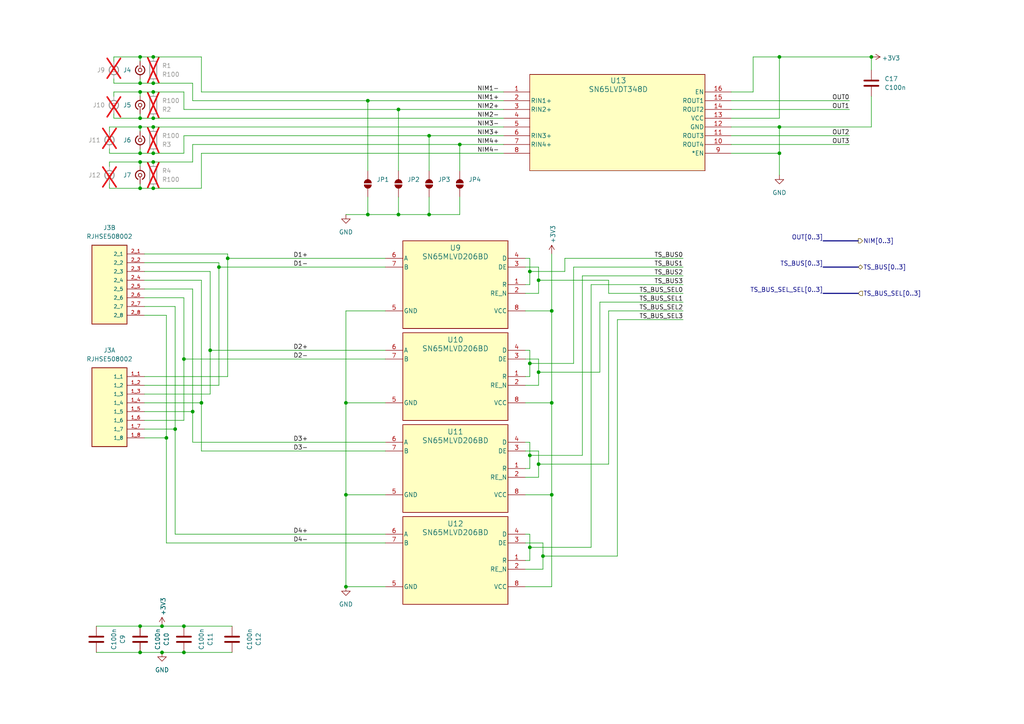
<source format=kicad_sch>
(kicad_sch (version 20231120) (generator "eeschema") (generator_version "8.0")
  (paper "A4")
  (lib_symbols
    (symbol "Connector:Conn_Coaxial_Small" (pin_numbers hide) (pin_names (offset 1.016) hide)
      (property "Reference" "J" (at 0.254 3.048 0))
      (property "Value" "Conn_Coaxial_Small" (at 0 -3.81 0))
      (symbol "Conn_Coaxial_Small_0_1"
        (polyline (pts (xy -2.54 0) (xy -0.508 0)))
        (circle (center 0 0) (radius 0.508) (stroke (width 0.2032)))
      )
      (symbol "Conn_Coaxial_Small_1_1"
        (arc (start -1.1916 -0.6311) (mid 0.327 -1.3081) (end 1.3484 0.0039) (stroke (width 0.3048)))
        (arc (start 1.3484 -0.0039) (mid 0.327 1.3081) (end -1.1916 0.6311) (stroke (width 0.3048)))
        (pin passive line (at -2.54 0 0) (length 1.27) (name "In") (number "1"))
        (pin passive line (at 2.54 0 180) (length 1.27) (name "Ext") (number "2"))
      )
    )
    (symbol "Device:C" (pin_numbers hide) (pin_names (offset 0.254))
      (property "Reference" "C" (at 0.635 2.54 0))
      (property "Value" "C" (at 0.635 -2.54 0))
      (symbol "C_0_1"
        (polyline (pts (xy -2.032 -0.762) (xy 2.032 -0.762)) (stroke (width 0.508)))
        (polyline (pts (xy -2.032 0.762) (xy 2.032 0.762)) (stroke (width 0.508)))
      )
      (symbol "C_1_1"
        (pin passive line (at 0 3.81 270) (length 2.794) (name "~") (number "1"))
        (pin passive line (at 0 -3.81 90) (length 2.794) (name "~") (number "2"))
      )
    )
    (symbol "Device:R" (pin_numbers hide) (pin_names (offset 0))
      (property "Reference" "R" (at 2.032 0 90))
      (property "Value" "R" (at 0 0 90))
      (symbol "R_0_1"
        (rectangle (start -1.016 -2.54) (end 1.016 2.54) (stroke (width 0.254)))
      )
      (symbol "R_1_1"
        (pin passive line (at 0 3.81 270) (length 1.27) (name "~") (number "1"))
        (pin passive line (at 0 -3.81 90) (length 1.27) (name "~") (number "2"))
      )
    )
    (symbol "Jumper:SolderJumper_2_Open" (pin_numbers hide) (pin_names (offset 0) hide) (exclude_from_sim yes) (in_bom no)
      (property "Reference" "JP" (at 0 2.032 0))
      (property "Value" "SolderJumper_2_Open" (at 0 -2.54 0))
      (symbol "SolderJumper_2_Open_0_1"
        (arc (start -0.254 1.016) (mid -1.2656 0) (end -0.254 -1.016))
        (arc (start -0.254 1.016) (mid -1.2656 0) (end -0.254 -1.016) (fill (type outline)))
        (polyline (pts (xy -0.254 1.016) (xy -0.254 -1.016)))
        (polyline (pts (xy 0.254 1.016) (xy 0.254 -1.016)))
        (arc (start 0.254 -1.016) (mid 1.2656 0) (end 0.254 1.016))
        (arc (start 0.254 -1.016) (mid 1.2656 0) (end 0.254 1.016) (fill (type outline)))
      )
      (symbol "SolderJumper_2_Open_1_1"
        (pin passive line (at -3.81 0 0) (length 2.54) (name "A") (number "1"))
        (pin passive line (at 3.81 0 180) (length 2.54) (name "B") (number "2"))
      )
    )
    (symbol "RJHSE508002:RJHSE508002" (pin_names (offset 1.016))
      (property "Reference" "J" (at -5.08 12.7 0))
      (property "Value" "RJHSE508002" (at -5.08 -15.24 0))
      (symbol "RJHSE508002_1_0"
        (rectangle (start -5.08 -12.7) (end 5.08 10.16) (stroke (width 0.254)) (fill (type background)))
        (pin passive line (at -10.16 7.62 0) (length 5.08) (name "1_1") (number "1_1"))
        (pin passive line (at -10.16 5.08 0) (length 5.08) (name "1_2") (number "1_2"))
        (pin passive line (at -10.16 2.54 0) (length 5.08) (name "1_3") (number "1_3"))
        (pin passive line (at -10.16 0 0) (length 5.08) (name "1_4") (number "1_4"))
        (pin passive line (at -10.16 -2.54 0) (length 5.08) (name "1_5") (number "1_5"))
        (pin passive line (at -10.16 -5.08 0) (length 5.08) (name "1_6") (number "1_6"))
        (pin passive line (at -10.16 -7.62 0) (length 5.08) (name "1_7") (number "1_7"))
        (pin passive line (at -10.16 -10.16 0) (length 5.08) (name "1_8") (number "1_8"))
      )
      (symbol "RJHSE508002_2_0"
        (rectangle (start -5.08 -12.7) (end 5.08 10.16) (stroke (width 0.254)) (fill (type background)))
        (pin passive line (at -10.16 7.62 0) (length 5.08) (name "2_1") (number "2_1"))
        (pin passive line (at -10.16 5.08 0) (length 5.08) (name "2_2") (number "2_2"))
        (pin passive line (at -10.16 2.54 0) (length 5.08) (name "2_3") (number "2_3"))
        (pin passive line (at -10.16 0 0) (length 5.08) (name "2_4") (number "2_4"))
        (pin passive line (at -10.16 -2.54 0) (length 5.08) (name "2_5") (number "2_5"))
        (pin passive line (at -10.16 -5.08 0) (length 5.08) (name "2_6") (number "2_6"))
        (pin passive line (at -10.16 -7.62 0) (length 5.08) (name "2_7") (number "2_7"))
        (pin passive line (at -10.16 -10.16 0) (length 5.08) (name "2_8") (number "2_8"))
      )
    )
    (symbol "SN65LVDT348D:SN65LVDT348D" (pin_names (offset 0.254))
      (property "Reference" "U" (at 33.02 10.16 0))
      (property "Value" "SN65LVDT348D" (at 33.02 7.62 0))
      (symbol "SN65LVDT348D_0_1"
        (polyline (pts (xy 7.62 -22.86) (xy 58.42 -22.86)) (stroke (width 0.127)))
        (polyline (pts (xy 7.62 5.08) (xy 7.62 -22.86)) (stroke (width 0.127)))
        (polyline (pts (xy 58.42 -22.86) (xy 58.42 5.08)) (stroke (width 0.127)))
        (polyline (pts (xy 58.42 5.08) (xy 7.62 5.08)) (stroke (width 0.127)) (fill (type background)))
        (rectangle (start 7.62 5.08) (end 58.42 -22.86) (fill (type background)))
        (pin input line (at 0 0 0) (length 7.62) (name "") (number "1"))
        (pin output line (at 66.04 -15.24 180) (length 7.62) (name "ROUT4") (number "10"))
        (pin output line (at 66.04 -12.7 180) (length 7.62) (name "ROUT3") (number "11"))
        (pin power_in line (at 66.04 -10.16 180) (length 7.62) (name "GND") (number "12"))
        (pin power_in line (at 66.04 -7.62 180) (length 7.62) (name "VCC") (number "13"))
        (pin output line (at 66.04 -5.08 180) (length 7.62) (name "ROUT2") (number "14"))
        (pin output line (at 66.04 -2.54 180) (length 7.62) (name "ROUT1") (number "15"))
        (pin unspecified line (at 66.04 0 180) (length 7.62) (name "EN") (number "16"))
        (pin input line (at 0 -2.54 0) (length 7.62) (name "RIN1+") (number "2"))
        (pin input line (at 0 -5.08 0) (length 7.62) (name "RIN2+") (number "3"))
        (pin input line (at 0 -7.62 0) (length 7.62) (name "") (number "4"))
        (pin input line (at 0 -10.16 0) (length 7.62) (name "") (number "5"))
        (pin input line (at 0 -12.7 0) (length 7.62) (name "RIN3+") (number "6"))
        (pin input line (at 0 -15.24 0) (length 7.62) (name "RIN4+") (number "7"))
        (pin input line (at 0 -17.78 0) (length 7.62) (name "") (number "8"))
        (pin unspecified line (at 66.04 -17.78 180) (length 7.62) (name "*EN") (number "9"))
      )
    )
    (symbol "SN65MLVD206BD:SN65MLVD206BD" (pin_names (offset 0.254))
      (property "Reference" "U" (at 0 2.54 0))
      (property "Value" "SN65MLVD206BD" (at 0 0 0))
      (symbol "SN65MLVD206BD_0_1"
        (rectangle (start -15.24 12.7) (end 15.24 -12.7) (fill (type background)))
        (polyline (pts (xy -15.24 -12.7) (xy 15.24 -12.7)) (stroke (width 0.2032)))
        (polyline (pts (xy -15.24 12.7) (xy -15.24 -12.7)) (stroke (width 0.2032)))
        (polyline (pts (xy 15.24 -12.7) (xy 15.24 12.7)) (stroke (width 0.2032)))
        (polyline (pts (xy 15.24 12.7) (xy -15.24 12.7)) (stroke (width 0.2032)))
        (pin tri_state line (at -20.32 0 0) (length 5.08) (name "R") (number "1"))
        (pin input line (at -20.32 -2.54 0) (length 5.08) (name "RE_N") (number "2"))
        (pin input line (at -20.32 5.08 0) (length 5.08) (name "DE") (number "3"))
        (pin input line (at -20.32 7.62 0) (length 5.08) (name "D") (number "4"))
        (pin power_in line (at 20.32 -7.62 180) (length 5.08) (name "GND") (number "5"))
        (pin bidirectional line (at 20.32 7.62 180) (length 5.08) (name "A") (number "6"))
        (pin bidirectional line (at 20.32 5.08 180) (length 5.08) (name "B") (number "7"))
        (pin power_in line (at -20.32 -7.62 0) (length 5.08) (name "VCC") (number "8"))
      )
    )
    (symbol "power:+3.3V" (power) (pin_names (offset 0))
      (property "Value" "+3.3V" (at 0 3.556 0))
      (symbol "+3.3V_0_1"
        (polyline (pts (xy -0.762 1.27) (xy 0 2.54)))
        (polyline (pts (xy 0 0) (xy 0 2.54)))
        (polyline (pts (xy 0 2.54) (xy 0.762 1.27)))
      )
      (symbol "+3.3V_1_1"
        (pin power_in line (at 0 0 90) (length 0) hide (name "+3V3") (number "1"))
      )
    )
    (symbol "power:GND" (power) (pin_names (offset 0))
      (property "Value" "GND" (at 0 -3.81 0))
      (symbol "GND_0_1"
        (polyline (pts (xy 0 0) (xy 0 -1.27) (xy 1.27 -1.27) (xy 0 -2.54) (xy -1.27 -1.27) (xy 0 -1.27)))
      )
      (symbol "GND_1_1"
        (pin power_in line (at 0 0 270) (length 0) hide (name "GND") (number "1"))
      )
    )
  )
  (junction (at 153.67 132.08))
  (junction (at 53.34 189.23))
  (junction (at 133.35 41.91))
  (junction (at 44.45 44.45))
  (junction (at 44.45 46.99))
  (junction (at 46.99 189.23))
  (junction (at 40.64 46.99))
  (junction (at 153.67 78.74))
  (junction (at 44.45 36.83))
  (junction (at 252.73 16.51))
  (junction (at 40.64 54.61))
  (junction (at 226.06 16.51))
  (junction (at 115.57 31.75))
  (junction (at 44.45 54.61))
  (junction (at 40.64 181.61))
  (junction (at 157.48 161.29))
  (junction (at 40.64 44.45))
  (junction (at 156.21 134.62))
  (junction (at 160.02 90.17))
  (junction (at 46.99 181.61))
  (junction (at 226.06 44.45))
  (junction (at 100.33 116.84))
  (junction (at 160.02 116.84))
  (junction (at 100.33 143.51))
  (junction (at 40.64 36.83))
  (junction (at 44.45 34.29))
  (junction (at 40.64 34.29))
  (junction (at 53.34 181.61))
  (junction (at 66.04 74.93))
  (junction (at 63.5 77.47))
  (junction (at 55.88 119.38))
  (junction (at 124.46 39.37))
  (junction (at 156.21 81.28))
  (junction (at 58.42 116.84))
  (junction (at 153.67 158.75))
  (junction (at 40.64 24.13))
  (junction (at 156.21 107.95))
  (junction (at 124.46 62.23))
  (junction (at 53.34 104.14))
  (junction (at 100.33 170.18))
  (junction (at 60.96 101.6))
  (junction (at 44.45 24.13))
  (junction (at 40.64 16.51))
  (junction (at 50.8 124.46))
  (junction (at 153.67 105.41))
  (junction (at 106.68 62.23))
  (junction (at 48.26 127))
  (junction (at 44.45 16.51))
  (junction (at 44.45 26.67))
  (junction (at 115.57 62.23))
  (junction (at 40.64 189.23))
  (junction (at 106.68 29.21))
  (junction (at 160.02 143.51))
  (junction (at 40.64 26.67))
  (junction (at 226.06 36.83))
  (wire (pts (xy 252.73 27.94) (xy 252.73 36.83)))
  (wire (pts (xy 60.96 101.6) (xy 111.76 101.6)))
  (wire (pts (xy 40.64 34.29) (xy 44.45 34.29)))
  (wire (pts (xy 33.02 24.13) (xy 33.02 22.86)))
  (wire (pts (xy 60.96 78.74) (xy 41.91 78.74)))
  (wire (pts (xy 152.4 170.18) (xy 160.02 170.18)))
  (wire (pts (xy 55.88 128.27) (xy 55.88 119.38)))
  (wire (pts (xy 63.5 111.76) (xy 41.91 111.76)))
  (wire (pts (xy 160.02 116.84) (xy 160.02 143.51)))
  (wire (pts (xy 50.8 88.9) (xy 41.91 88.9)))
  (wire (pts (xy 153.67 162.56) (xy 153.67 158.75)))
  (wire (pts (xy 153.67 128.27) (xy 152.4 128.27)))
  (wire (pts (xy 53.34 181.61) (xy 67.31 181.61)))
  (wire (pts (xy 60.96 114.3) (xy 60.96 101.6)))
  (wire (pts (xy 100.33 143.51) (xy 111.76 143.51)))
  (wire (pts (xy 44.45 24.13) (xy 55.88 24.13)))
  (wire (pts (xy 115.57 62.23) (xy 124.46 62.23)))
  (wire (pts (xy 152.4 116.84) (xy 160.02 116.84)))
  (wire (pts (xy 133.35 41.91) (xy 146.05 41.91)))
  (wire (pts (xy 63.5 77.47) (xy 63.5 111.76)))
  (wire (pts (xy 48.26 157.48) (xy 48.26 127)))
  (wire (pts (xy 156.21 107.95) (xy 156.21 111.76)))
  (wire (pts (xy 40.64 26.67) (xy 44.45 26.67)))
  (wire (pts (xy 55.88 119.38) (xy 55.88 83.82)))
  (wire (pts (xy 53.34 104.14) (xy 111.76 104.14)))
  (wire (pts (xy 176.53 134.62) (xy 156.21 134.62)))
  (wire (pts (xy 100.33 143.51) (xy 100.33 170.18)))
  (wire (pts (xy 153.67 132.08) (xy 153.67 128.27)))
  (wire (pts (xy 50.8 124.46) (xy 50.8 88.9)))
  (wire (pts (xy 111.76 154.94) (xy 50.8 154.94)))
  (wire (pts (xy 31.75 43.18) (xy 31.75 44.45)))
  (wire (pts (xy 41.91 109.22) (xy 66.04 109.22)))
  (wire (pts (xy 176.53 90.17) (xy 176.53 134.62)))
  (wire (pts (xy 33.02 34.29) (xy 40.64 34.29)))
  (wire (pts (xy 168.91 80.01) (xy 168.91 132.08)))
  (wire (pts (xy 168.91 132.08) (xy 153.67 132.08)))
  (wire (pts (xy 163.83 78.74) (xy 153.67 78.74)))
  (wire (pts (xy 212.09 29.21) (xy 246.38 29.21)))
  (wire (pts (xy 252.73 36.83) (xy 226.06 36.83)))
  (wire (pts (xy 40.64 44.45) (xy 44.45 44.45)))
  (wire (pts (xy 66.04 74.93) (xy 66.04 73.66)))
  (wire (pts (xy 226.06 16.51) (xy 226.06 34.29)))
  (wire (pts (xy 58.42 44.45) (xy 146.05 44.45)))
  (wire (pts (xy 226.06 16.51) (xy 252.73 16.51)))
  (wire (pts (xy 33.02 26.67) (xy 40.64 26.67)))
  (wire (pts (xy 152.4 101.6) (xy 153.67 101.6)))
  (wire (pts (xy 124.46 62.23) (xy 133.35 62.23)))
  (wire (pts (xy 171.45 158.75) (xy 153.67 158.75)))
  (wire (pts (xy 156.21 104.14) (xy 156.21 107.95)))
  (wire (pts (xy 212.09 36.83) (xy 226.06 36.83)))
  (wire (pts (xy 48.26 91.44) (xy 41.91 91.44)))
  (wire (pts (xy 100.33 62.23) (xy 106.68 62.23)))
  (wire (pts (xy 53.34 121.92) (xy 53.34 104.14)))
  (wire (pts (xy 106.68 62.23) (xy 115.57 62.23)))
  (wire (pts (xy 168.91 80.01) (xy 198.12 80.01)))
  (wire (pts (xy 55.88 29.21) (xy 106.68 29.21)))
  (wire (pts (xy 153.67 109.22) (xy 152.4 109.22)))
  (bus (pts (xy 238.76 69.85) (xy 248.92 69.85)))
  (wire (pts (xy 33.02 33.02) (xy 33.02 34.29)))
  (wire (pts (xy 41.91 116.84) (xy 58.42 116.84)))
  (wire (pts (xy 152.4 143.51) (xy 160.02 143.51)))
  (wire (pts (xy 153.67 135.89) (xy 153.67 132.08)))
  (wire (pts (xy 171.45 82.55) (xy 171.45 158.75)))
  (wire (pts (xy 153.67 82.55) (xy 153.67 78.74)))
  (wire (pts (xy 152.4 104.14) (xy 156.21 104.14)))
  (wire (pts (xy 153.67 78.74) (xy 153.67 74.93)))
  (wire (pts (xy 33.02 17.78) (xy 33.02 16.51)))
  (wire (pts (xy 100.33 90.17) (xy 100.33 116.84)))
  (wire (pts (xy 157.48 165.1) (xy 152.4 165.1)))
  (wire (pts (xy 31.75 36.83) (xy 31.75 38.1)))
  (wire (pts (xy 100.33 116.84) (xy 100.33 143.51)))
  (wire (pts (xy 100.33 170.18) (xy 111.76 170.18)))
  (wire (pts (xy 40.64 54.61) (xy 40.64 53.34)))
  (wire (pts (xy 44.45 34.29) (xy 146.05 34.29)))
  (wire (pts (xy 40.64 16.51) (xy 40.64 17.78)))
  (wire (pts (xy 226.06 44.45) (xy 226.06 50.8)))
  (wire (pts (xy 152.4 154.94) (xy 153.67 154.94)))
  (wire (pts (xy 44.45 26.67) (xy 53.34 26.67)))
  (wire (pts (xy 176.53 85.09) (xy 198.12 85.09)))
  (wire (pts (xy 40.64 38.1) (xy 40.64 36.83)))
  (wire (pts (xy 53.34 44.45) (xy 53.34 39.37)))
  (wire (pts (xy 156.21 130.81) (xy 156.21 134.62)))
  (wire (pts (xy 40.64 24.13) (xy 40.64 22.86)))
  (wire (pts (xy 31.75 54.61) (xy 31.75 53.34)))
  (wire (pts (xy 157.48 161.29) (xy 157.48 165.1)))
  (wire (pts (xy 58.42 130.81) (xy 58.42 116.84)))
  (wire (pts (xy 171.45 82.55) (xy 198.12 82.55)))
  (wire (pts (xy 46.99 181.61) (xy 53.34 181.61)))
  (wire (pts (xy 212.09 44.45) (xy 226.06 44.45)))
  (wire (pts (xy 115.57 57.15) (xy 115.57 62.23)))
  (wire (pts (xy 218.44 26.67) (xy 212.09 26.67)))
  (wire (pts (xy 44.45 46.99) (xy 55.88 46.99)))
  (wire (pts (xy 50.8 154.94) (xy 50.8 124.46)))
  (wire (pts (xy 40.64 34.29) (xy 40.64 33.02)))
  (wire (pts (xy 153.67 101.6) (xy 153.67 105.41)))
  (wire (pts (xy 55.88 24.13) (xy 55.88 29.21)))
  (wire (pts (xy 163.83 74.93) (xy 163.83 78.74)))
  (wire (pts (xy 111.76 157.48) (xy 48.26 157.48)))
  (wire (pts (xy 133.35 41.91) (xy 133.35 49.53)))
  (wire (pts (xy 40.64 54.61) (xy 44.45 54.61)))
  (wire (pts (xy 55.88 83.82) (xy 41.91 83.82)))
  (wire (pts (xy 166.37 77.47) (xy 198.12 77.47)))
  (wire (pts (xy 173.99 87.63) (xy 198.12 87.63)))
  (wire (pts (xy 152.4 90.17) (xy 160.02 90.17)))
  (wire (pts (xy 152.4 82.55) (xy 153.67 82.55)))
  (wire (pts (xy 40.64 44.45) (xy 40.64 43.18)))
  (wire (pts (xy 111.76 90.17) (xy 100.33 90.17)))
  (wire (pts (xy 156.21 77.47) (xy 152.4 77.47)))
  (wire (pts (xy 212.09 39.37) (xy 246.38 39.37)))
  (wire (pts (xy 53.34 189.23) (xy 67.31 189.23)))
  (wire (pts (xy 58.42 54.61) (xy 44.45 54.61)))
  (wire (pts (xy 124.46 39.37) (xy 124.46 49.53)))
  (wire (pts (xy 212.09 34.29) (xy 226.06 34.29)))
  (wire (pts (xy 156.21 134.62) (xy 156.21 138.43)))
  (wire (pts (xy 40.64 16.51) (xy 44.45 16.51)))
  (wire (pts (xy 66.04 109.22) (xy 66.04 74.93)))
  (wire (pts (xy 152.4 157.48) (xy 157.48 157.48)))
  (wire (pts (xy 212.09 31.75) (xy 246.38 31.75)))
  (wire (pts (xy 176.53 81.28) (xy 156.21 81.28)))
  (wire (pts (xy 176.53 90.17) (xy 198.12 90.17)))
  (bus (pts (xy 238.76 77.47) (xy 248.92 77.47)))
  (wire (pts (xy 218.44 16.51) (xy 226.06 16.51)))
  (wire (pts (xy 53.34 104.14) (xy 53.34 86.36)))
  (wire (pts (xy 31.75 54.61) (xy 40.64 54.61)))
  (wire (pts (xy 133.35 57.15) (xy 133.35 62.23)))
  (wire (pts (xy 156.21 111.76) (xy 152.4 111.76)))
  (wire (pts (xy 41.91 124.46) (xy 50.8 124.46)))
  (wire (pts (xy 40.64 36.83) (xy 44.45 36.83)))
  (wire (pts (xy 41.91 114.3) (xy 60.96 114.3)))
  (wire (pts (xy 31.75 44.45) (xy 40.64 44.45)))
  (wire (pts (xy 31.75 46.99) (xy 40.64 46.99)))
  (wire (pts (xy 53.34 26.67) (xy 53.34 31.75)))
  (wire (pts (xy 41.91 121.92) (xy 53.34 121.92)))
  (wire (pts (xy 252.73 16.51) (xy 252.73 20.32)))
  (wire (pts (xy 31.75 48.26) (xy 31.75 46.99)))
  (wire (pts (xy 115.57 31.75) (xy 115.57 49.53)))
  (wire (pts (xy 176.53 85.09) (xy 176.53 81.28)))
  (wire (pts (xy 41.91 76.2) (xy 63.5 76.2)))
  (wire (pts (xy 44.45 44.45) (xy 53.34 44.45)))
  (wire (pts (xy 153.67 158.75) (xy 153.67 154.94)))
  (wire (pts (xy 152.4 162.56) (xy 153.67 162.56)))
  (wire (pts (xy 41.91 73.66) (xy 66.04 73.66)))
  (wire (pts (xy 63.5 77.47) (xy 111.76 77.47)))
  (wire (pts (xy 106.68 29.21) (xy 146.05 29.21)))
  (wire (pts (xy 33.02 24.13) (xy 40.64 24.13)))
  (wire (pts (xy 58.42 116.84) (xy 58.42 81.28)))
  (wire (pts (xy 173.99 87.63) (xy 173.99 107.95)))
  (wire (pts (xy 60.96 101.6) (xy 60.96 78.74)))
  (wire (pts (xy 66.04 74.93) (xy 111.76 74.93)))
  (wire (pts (xy 157.48 157.48) (xy 157.48 161.29)))
  (wire (pts (xy 58.42 81.28) (xy 41.91 81.28)))
  (wire (pts (xy 179.07 161.29) (xy 157.48 161.29)))
  (wire (pts (xy 179.07 92.71) (xy 198.12 92.71)))
  (wire (pts (xy 58.42 26.67) (xy 146.05 26.67)))
  (wire (pts (xy 111.76 128.27) (xy 55.88 128.27)))
  (wire (pts (xy 156.21 85.09) (xy 156.21 81.28)))
  (wire (pts (xy 53.34 86.36) (xy 41.91 86.36)))
  (wire (pts (xy 44.45 36.83) (xy 146.05 36.83)))
  (wire (pts (xy 153.67 74.93) (xy 152.4 74.93)))
  (wire (pts (xy 163.83 74.93) (xy 198.12 74.93)))
  (wire (pts (xy 40.64 46.99) (xy 44.45 46.99)))
  (wire (pts (xy 160.02 73.66) (xy 160.02 90.17)))
  (wire (pts (xy 48.26 127) (xy 48.26 91.44)))
  (wire (pts (xy 46.99 189.23) (xy 53.34 189.23)))
  (bus (pts (xy 238.76 85.09) (xy 248.92 85.09)))
  (wire (pts (xy 31.75 36.83) (xy 40.64 36.83)))
  (wire (pts (xy 153.67 105.41) (xy 153.67 109.22)))
  (wire (pts (xy 152.4 135.89) (xy 153.67 135.89)))
  (wire (pts (xy 152.4 130.81) (xy 156.21 130.81)))
  (wire (pts (xy 156.21 138.43) (xy 152.4 138.43)))
  (wire (pts (xy 44.45 16.51) (xy 58.42 16.51)))
  (wire (pts (xy 27.94 189.23) (xy 40.64 189.23)))
  (wire (pts (xy 212.09 41.91) (xy 246.38 41.91)))
  (wire (pts (xy 33.02 26.67) (xy 33.02 27.94)))
  (wire (pts (xy 53.34 31.75) (xy 115.57 31.75)))
  (wire (pts (xy 160.02 143.51) (xy 160.02 170.18)))
  (wire (pts (xy 124.46 39.37) (xy 146.05 39.37)))
  (wire (pts (xy 179.07 92.71) (xy 179.07 161.29)))
  (wire (pts (xy 40.64 189.23) (xy 46.99 189.23)))
  (wire (pts (xy 41.91 119.38) (xy 55.88 119.38)))
  (wire (pts (xy 153.67 105.41) (xy 166.37 105.41)))
  (wire (pts (xy 160.02 90.17) (xy 160.02 116.84)))
  (wire (pts (xy 40.64 26.67) (xy 40.64 27.94)))
  (wire (pts (xy 55.88 41.91) (xy 133.35 41.91)))
  (wire (pts (xy 226.06 36.83) (xy 226.06 44.45)))
  (wire (pts (xy 58.42 54.61) (xy 58.42 44.45)))
  (wire (pts (xy 173.99 107.95) (xy 156.21 107.95)))
  (wire (pts (xy 100.33 116.84) (xy 111.76 116.84)))
  (wire (pts (xy 152.4 85.09) (xy 156.21 85.09)))
  (wire (pts (xy 166.37 77.47) (xy 166.37 105.41)))
  (wire (pts (xy 115.57 31.75) (xy 146.05 31.75)))
  (wire (pts (xy 55.88 46.99) (xy 55.88 41.91)))
  (wire (pts (xy 156.21 81.28) (xy 156.21 77.47)))
  (wire (pts (xy 33.02 16.51) (xy 40.64 16.51)))
  (wire (pts (xy 40.64 181.61) (xy 46.99 181.61)))
  (wire (pts (xy 58.42 26.67) (xy 58.42 16.51)))
  (wire (pts (xy 63.5 76.2) (xy 63.5 77.47)))
  (wire (pts (xy 41.91 127) (xy 48.26 127)))
  (wire (pts (xy 218.44 26.67) (xy 218.44 16.51)))
  (wire (pts (xy 106.68 57.15) (xy 106.68 62.23)))
  (wire (pts (xy 40.64 46.99) (xy 40.64 48.26)))
  (wire (pts (xy 111.76 130.81) (xy 58.42 130.81)))
  (wire (pts (xy 27.94 181.61) (xy 40.64 181.61)))
  (wire (pts (xy 40.64 24.13) (xy 44.45 24.13)))
  (wire (pts (xy 124.46 57.15) (xy 124.46 62.23)))
  (wire (pts (xy 106.68 29.21) (xy 106.68 49.53)))
  (wire (pts (xy 53.34 39.37) (xy 124.46 39.37)))
  (label "TS_BUS_SEL0" (at 198.12 85.09 180))
  (label "D1+" (at 85.09 74.93 0))
  (label "TS_BUS_SEL1" (at 198.12 87.63 180))
  (label "NIM2-" (at 144.78 34.29 180))
  (label "NIM2+" (at 144.78 31.75 180))
  (label "D4-" (at 85.09 157.48 0))
  (label "NIM3-" (at 144.78 36.83 180))
  (label "D2-" (at 85.09 104.14 0))
  (label "OUT0" (at 246.38 29.21 180))
  (label "NIM1+" (at 144.78 29.21 180))
  (label "D3-" (at 85.09 130.81 0))
  (label "OUT1" (at 246.38 31.75 180))
  (label "D3+" (at 85.09 128.27 0))
  (label "OUT2" (at 246.38 39.37 180))
  (label "TS_BUS3" (at 198.12 82.55 180))
  (label "TS_BUS0" (at 198.12 74.93 180))
  (label "TS_BUS1" (at 198.12 77.47 180))
  (label "TS_BUS_SEL_SEL[0..3]" (at 238.76 85.09 180))
  (label "TS_BUS2" (at 198.12 80.01 180))
  (label "NIM1-" (at 144.78 26.67 180))
  (label "NIM4-" (at 144.78 44.45 180))
  (label "NIM4+" (at 144.78 41.91 180))
  (label "OUT[0..3]" (at 238.76 69.85 180))
  (label "TS_BUS[0..3]" (at 238.76 77.47 180))
  (label "TS_BUS_SEL3" (at 198.12 92.71 180))
  (label "OUT3" (at 246.38 41.91 180))
  (label "TS_BUS_SEL2" (at 198.12 90.17 180))
  (label "D2+" (at 85.09 101.6 0))
  (label "NIM3+" (at 144.78 39.37 180))
  (label "D4+" (at 85.09 154.94 0))
  (label "D1-" (at 85.09 77.47 0))
  (hierarchical_label "TS_BUS[0..3]" (shape bidirectional) (at 248.92 77.47 0))
  (hierarchical_label "TS_BUS_SEL[0..3]" (shape input) (at 248.92 85.09 0))
  (hierarchical_label "NIM[0..3]" (shape output) (at 248.92 69.85 0))
  (symbol (lib_id "Device:C") (at 27.94 185.42 0) (mirror y) (unit 1)
    (property "Reference" "C9" (at 35.56 185.42 90))
    (property "Value" "C100n" (at 33.02 185.42 90))
    (property "Footprint" "Capacitor_SMD:C_0402_1005Metric_Pad0.74x0.62mm_HandSolder" (effects (hide yes)))
    (property "Description" "Unpolarized capacitor" (effects (hide yes)))
  )
  (symbol (lib_id "Device:C") (at 53.34 185.42 0) (mirror y) (unit 1)
    (property "Reference" "C11" (at 60.96 185.42 90))
    (property "Value" "C100n" (at 58.42 185.42 90))
    (property "Footprint" "Capacitor_SMD:C_0402_1005Metric_Pad0.74x0.62mm_HandSolder" (effects (hide yes)))
    (property "Description" "Unpolarized capacitor" (effects (hide yes)))
  )
  (symbol (lib_id "SN65MLVD206BD:SN65MLVD206BD") (at 132.08 109.22 0) (mirror y) (unit 1)
    (property "Reference" "U10" (at 132.08 98.552 0) (effects (font (size 1.524 1.524))))
    (property "Value" "SN65MLVD206BD" (at 132.08 101.092 0) (effects (font (size 1.524 1.524))))
    (property "Footprint" "SN65MLVD206BD:D0008A_N" (effects (hide yes)))
    (property "Datasheet" "SN65MLVD206BD" (effects (hide yes)))
  )
  (symbol (lib_id "Device:R") (at 44.45 40.64 0) (mirror x) (unit 1) (dnp yes)
    (property "Reference" "R3" (at 46.99 41.9101 0) (effects (justify left)))
    (property "Value" "R100" (at 46.99 39.3701 0) (effects (justify left)))
    (property "Footprint" "Resistor_SMD:R_0402_1005Metric_Pad0.72x0.64mm_HandSolder" (effects (hide yes)))
    (property "Description" "Resistor" (effects (hide yes)))
  )
  (symbol (lib_id "Device:C") (at 40.64 185.42 0) (mirror y) (unit 1)
    (property "Reference" "C10" (at 48.26 185.42 90))
    (property "Value" "C100n" (at 45.72 185.42 90))
    (property "Footprint" "Capacitor_SMD:C_0402_1005Metric_Pad0.74x0.62mm_HandSolder" (effects (hide yes)))
    (property "Description" "Unpolarized capacitor" (effects (hide yes)))
  )
  (symbol (lib_id "SN65LVDT348D:SN65LVDT348D") (at 146.05 26.67 0) (unit 1)
    (property "Reference" "U13" (at 179.324 23.368 0) (effects (font (size 1.524 1.524))))
    (property "Value" "SN65LVDT348D" (at 179.324 25.908 0) (effects (font (size 1.524 1.524))))
    (property "Footprint" "SN65LVDT348D:D16" (effects (hide yes)))
    (property "Datasheet" "SN65LVDT348D" (effects (hide yes)))
  )
  (symbol (lib_id "Jumper:SolderJumper_2_Open") (at 124.46 53.34 90) (unit 1) (exclude_from_sim yes) (in_bom no)
    (property "Reference" "JP3" (at 127 52.0699 90) (effects (justify right)))
    (property "Value" "SolderJumper_2_Open" (effects (hide yes)))
    (property "Footprint" "Jumper:SolderJumper-2_P1.3mm_Open_RoundedPad1.0x1.5mm" (effects (hide yes)))
    (property "Description" "Solder Jumper, 2-pole, open" (effects (hide yes)))
  )
  (symbol (lib_id "Connector:Conn_Coaxial_Small") (at 31.75 40.64 270) (unit 1) (dnp yes)
    (property "Reference" "J11" (at 29.21 40.64 90) (effects (justify right)))
    (property "Value" "Conn_Coaxial_Small" (effects (hide yes)))
    (property "Footprint" "Connector_Coaxial:SMA_Amphenol_901-143_Horizontal" (effects (hide yes)))
    (property "Datasheet" " ~" (effects (hide yes)))
    (property "Description" "small coaxial connector (BNC, SMA, SMB, SMC, Cinch/RCA, LEMO, ...)" (effects (hide yes)))
  )
  (symbol (lib_id "Device:C") (at 252.73 24.13 0) (unit 1)
    (property "Reference" "C17" (at 256.54 22.8599 0) (effects (justify left)))
    (property "Value" "C100n" (at 256.54 25.3999 0) (effects (justify left)))
    (property "Footprint" "Capacitor_SMD:C_0402_1005Metric_Pad0.74x0.62mm_HandSolder" (effects (hide yes)))
    (property "Description" "Unpolarized capacitor" (effects (hide yes)))
  )
  (symbol (lib_id "Connector:Conn_Coaxial_Small") (at 33.02 20.32 270) (unit 1) (dnp yes)
    (property "Reference" "J9" (at 30.48 20.32 90) (effects (justify right)))
    (property "Value" "Conn_Coaxial_Small" (effects (hide yes)))
    (property "Footprint" "Connector_Coaxial:SMA_Amphenol_901-143_Horizontal" (effects (hide yes)))
    (property "Description" "small coaxial connector (BNC, SMA, SMB, SMC, Cinch/RCA, LEMO, ...)" (effects (hide yes)))
  )
  (symbol (lib_id "Connector:Conn_Coaxial_Small") (at 40.64 50.8 270) (mirror x) (unit 1)
    (property "Reference" "J7" (at 38.1 50.8 90) (effects (justify right)))
    (property "Value" "Conn_Coaxial_Small" (effects (hide yes)))
    (property "Footprint" "EPL_00_250_NTN:CONN_EPK.00.250.NTN_LMO" (effects (hide yes)))
    (property "Datasheet" " ~" (effects (hide yes)))
    (property "Description" "small coaxial connector (BNC, SMA, SMB, SMC, Cinch/RCA, LEMO, ...)" (effects (hide yes)))
  )
  (symbol (lib_id "Connector:Conn_Coaxial_Small") (at 40.64 40.64 270) (unit 1)
    (property "Reference" "J6" (at 38.1 40.64 90) (effects (justify right)))
    (property "Value" "Conn_Coaxial_Small" (effects (hide yes)))
    (property "Footprint" "EPL_00_250_NTN:CONN_EPK.00.250.NTN_LMO" (effects (hide yes)))
    (property "Datasheet" " ~" (effects (hide yes)))
    (property "Description" "small coaxial connector (BNC, SMA, SMB, SMC, Cinch/RCA, LEMO, ...)" (effects (hide yes)))
  )
  (symbol (lib_id "Connector:Conn_Coaxial_Small") (at 31.75 50.8 270) (mirror x) (unit 1) (dnp yes)
    (property "Reference" "J12" (at 29.21 50.8 90) (effects (justify right)))
    (property "Value" "Conn_Coaxial_Small" (effects (hide yes)))
    (property "Footprint" "Connector_Coaxial:SMA_Amphenol_901-143_Horizontal" (effects (hide yes)))
    (property "Datasheet" " ~" (effects (hide yes)))
    (property "Description" "small coaxial connector (BNC, SMA, SMB, SMC, Cinch/RCA, LEMO, ...)" (effects (hide yes)))
  )
  (symbol (lib_id "SN65MLVD206BD:SN65MLVD206BD") (at 132.08 82.55 0) (mirror y) (unit 1)
    (property "Reference" "U9" (at 132.08 71.882 0) (effects (font (size 1.524 1.524))))
    (property "Value" "SN65MLVD206BD" (at 132.08 74.422 0) (effects (font (size 1.524 1.524))))
    (property "Footprint" "SN65MLVD206BD:D0008A_N" (effects (hide yes)))
    (property "Datasheet" "SN65MLVD206BD" (effects (hide yes)))
  )
  (symbol (lib_id "RJHSE508002:RJHSE508002") (at 31.75 81.28 0) (mirror y) (unit 2)
    (property "Reference" "J3" (at 31.75 66.04 0))
    (property "Value" "RJHSE508002" (at 31.75 68.58 0))
    (property "Footprint" "RJHSE508002:AMPHENOL_RJHSE508002" (effects (hide yes)))
    (property "PARTREV" "E" (effects (hide yes)))
    (property "STANDARD" "Manufacturer Recommendations" (effects (hide yes)))
    (property "MAXIMUM_PACKAGE_HEIGHT" "13.21mm" (effects (hide yes)))
    (property "MANUFACTURER" "Amphenol" (effects (hide yes)))
  )
  (symbol (lib_id "power:+3.3V") (at 160.02 73.66 0) (unit 1)
    (property "Reference" "#PWR019" (effects (hide yes)))
    (property "Value" "+3V3" (at 160.3756 70.612 90) (effects (justify left)))
  )
  (symbol (lib_id "SN65MLVD206BD:SN65MLVD206BD") (at 132.08 135.89 0) (mirror y) (unit 1)
    (property "Reference" "U11" (at 132.08 125.222 0) (effects (font (size 1.524 1.524))))
    (property "Value" "SN65MLVD206BD" (at 132.08 127.762 0) (effects (font (size 1.524 1.524))))
    (property "Footprint" "SN65MLVD206BD:D0008A_N" (effects (hide yes)))
    (property "Datasheet" "SN65MLVD206BD" (effects (hide yes)))
  )
  (symbol (lib_id "Connector:Conn_Coaxial_Small") (at 40.64 30.48 270) (mirror x) (unit 1)
    (property "Reference" "J5" (at 38.1 30.48 90) (effects (justify right)))
    (property "Value" "Conn_Coaxial_Small" (effects (hide yes)))
    (property "Footprint" "EPL_00_250_NTN:CONN_EPK.00.250.NTN_LMO" (effects (hide yes)))
    (property "Datasheet" " ~" (effects (hide yes)))
    (property "Description" "small coaxial connector (BNC, SMA, SMB, SMC, Cinch/RCA, LEMO, ...)" (effects (hide yes)))
  )
  (symbol (lib_id "power:GND") (at 226.06 50.8 0) (unit 1)
    (property "Reference" "#PWR025" (effects (hide yes)))
    (property "Value" "GND" (at 226.06 55.88 0))
  )
  (symbol (lib_id "Jumper:SolderJumper_2_Open") (at 133.35 53.34 90) (unit 1) (exclude_from_sim yes) (in_bom no)
    (property "Reference" "JP4" (at 135.89 52.0699 90) (effects (justify right)))
    (property "Value" "SolderJumper_2_Open" (effects (hide yes)))
    (property "Footprint" "Jumper:SolderJumper-2_P1.3mm_Open_RoundedPad1.0x1.5mm" (effects (hide yes)))
    (property "Description" "Solder Jumper, 2-pole, open" (effects (hide yes)))
  )
  (symbol (lib_id "Connector:Conn_Coaxial_Small") (at 33.02 30.48 270) (mirror x) (unit 1) (dnp yes)
    (property "Reference" "J10" (at 30.48 30.48 90) (effects (justify right)))
    (property "Value" "Conn_Coaxial_Small" (effects (hide yes)))
    (property "Footprint" "Connector_Coaxial:SMA_Amphenol_901-143_Horizontal" (effects (hide yes)))
    (property "Datasheet" " ~" (effects (hide yes)))
    (property "Description" "small coaxial connector (BNC, SMA, SMB, SMC, Cinch/RCA, LEMO, ...)" (effects (hide yes)))
  )
  (symbol (lib_id "Device:R") (at 44.45 20.32 0) (unit 1) (dnp yes)
    (property "Reference" "R1" (at 46.99 19.0499 0) (effects (justify left)))
    (property "Value" "R100" (at 46.99 21.5899 0) (effects (justify left)))
    (property "Footprint" "Resistor_SMD:R_0402_1005Metric_Pad0.72x0.64mm_HandSolder" (effects (hide yes)))
    (property "Description" "Resistor" (effects (hide yes)))
  )
  (symbol (lib_id "power:GND") (at 100.33 170.18 0) (unit 1)
    (property "Reference" "#PWR016" (effects (hide yes)))
    (property "Value" "GND" (at 100.33 175.26 0))
  )
  (symbol (lib_id "power:+3.3V") (at 252.73 16.51 270) (unit 1)
    (property "Reference" "#PWR017" (effects (hide yes)))
    (property "Value" "+3V3" (at 255.778 16.8656 90) (effects (justify left)))
  )
  (symbol (lib_id "power:GND") (at 46.99 189.23 0) (unit 1)
    (property "Reference" "#PWR014" (effects (hide yes)))
    (property "Value" "GND" (at 46.99 194.31 0))
  )
  (symbol (lib_id "RJHSE508002:RJHSE508002") (at 31.75 116.84 0) (mirror y) (unit 1)
    (property "Reference" "J3" (at 31.75 101.6 0))
    (property "Value" "RJHSE508002" (at 31.75 104.14 0))
    (property "Footprint" "RJHSE508002:AMPHENOL_RJHSE508002" (effects (hide yes)))
    (property "PARTREV" "E" (effects (hide yes)))
    (property "STANDARD" "Manufacturer Recommendations" (effects (hide yes)))
    (property "MAXIMUM_PACKAGE_HEIGHT" "13.21mm" (effects (hide yes)))
    (property "MANUFACTURER" "Amphenol" (effects (hide yes)))
  )
  (symbol (lib_id "SN65MLVD206BD:SN65MLVD206BD") (at 132.08 162.56 0) (mirror y) (unit 1)
    (property "Reference" "U12" (at 132.08 151.892 0) (effects (font (size 1.524 1.524))))
    (property "Value" "SN65MLVD206BD" (at 132.08 154.432 0) (effects (font (size 1.524 1.524))))
    (property "Footprint" "SN65MLVD206BD:D0008A_N" (effects (hide yes)))
    (property "Datasheet" "SN65MLVD206BD" (effects (hide yes)))
  )
  (symbol (lib_id "Device:C") (at 67.31 185.42 0) (mirror y) (unit 1)
    (property "Reference" "C12" (at 74.93 185.42 90))
    (property "Value" "C100n" (at 72.39 185.42 90))
    (property "Footprint" "Capacitor_SMD:C_0402_1005Metric_Pad0.74x0.62mm_HandSolder" (effects (hide yes)))
    (property "Description" "Unpolarized capacitor" (effects (hide yes)))
  )
  (symbol (lib_id "Connector:Conn_Coaxial_Small") (at 40.64 20.32 270) (unit 1)
    (property "Reference" "J4" (at 38.1 20.32 90) (effects (justify right)))
    (property "Value" "Conn_Coaxial_Small" (effects (hide yes)))
    (property "Footprint" "EPL_00_250_NTN:CONN_EPK.00.250.NTN_LMO" (effects (hide yes)))
    (property "Description" "small coaxial connector (BNC, SMA, SMB, SMC, Cinch/RCA, LEMO, ...)" (effects (hide yes)))
  )
  (symbol (lib_id "Device:R") (at 44.45 30.48 0) (mirror x) (unit 1) (dnp yes)
    (property "Reference" "R2" (at 46.99 31.7501 0) (effects (justify left)))
    (property "Value" "R100" (at 46.99 29.2101 0) (effects (justify left)))
    (property "Footprint" "Resistor_SMD:R_0402_1005Metric_Pad0.72x0.64mm_HandSolder" (effects (hide yes)))
    (property "Description" "Resistor" (effects (hide yes)))
  )
  (symbol (lib_id "Device:R") (at 44.45 50.8 0) (unit 1) (dnp yes)
    (property "Reference" "R4" (at 46.99 49.5299 0) (effects (justify left)))
    (property "Value" "R100" (at 46.99 52.0699 0) (effects (justify left)))
    (property "Footprint" "Resistor_SMD:R_0402_1005Metric_Pad0.72x0.64mm_HandSolder" (effects (hide yes)))
    (property "Description" "Resistor" (effects (hide yes)))
  )
  (symbol (lib_id "Jumper:SolderJumper_2_Open") (at 115.57 53.34 90) (unit 1) (exclude_from_sim yes) (in_bom no)
    (property "Reference" "JP2" (at 118.11 52.0699 90) (effects (justify right)))
    (property "Value" "SolderJumper_2_Open" (effects (hide yes)))
    (property "Footprint" "Jumper:SolderJumper-2_P1.3mm_Open_RoundedPad1.0x1.5mm" (effects (hide yes)))
    (property "Description" "Solder Jumper, 2-pole, open" (effects (hide yes)))
  )
  (symbol (lib_id "power:GND") (at 100.33 62.23 0) (unit 1)
    (property "Reference" "#PWR015" (effects (hide yes)))
    (property "Value" "GND" (at 100.33 67.31 0))
  )
  (symbol (lib_id "power:+3.3V") (at 46.99 181.61 0) (unit 1)
    (property "Reference" "#PWR018" (effects (hide yes)))
    (property "Value" "+3V3" (at 47.3456 178.562 90) (effects (justify left)))
  )
  (symbol (lib_id "Jumper:SolderJumper_2_Open") (at 106.68 53.34 90) (unit 1) (exclude_from_sim yes) (in_bom no)
    (property "Reference" "JP1" (at 109.22 52.0699 90) (effects (justify right)))
    (property "Value" "SolderJumper_2_Open" (effects (hide yes)))
    (property "Footprint" "Jumper:SolderJumper-2_P1.3mm_Open_RoundedPad1.0x1.5mm" (effects (hide yes)))
    (property "Description" "Solder Jumper, 2-pole, open" (effects (hide yes)))
  )
)
</source>
